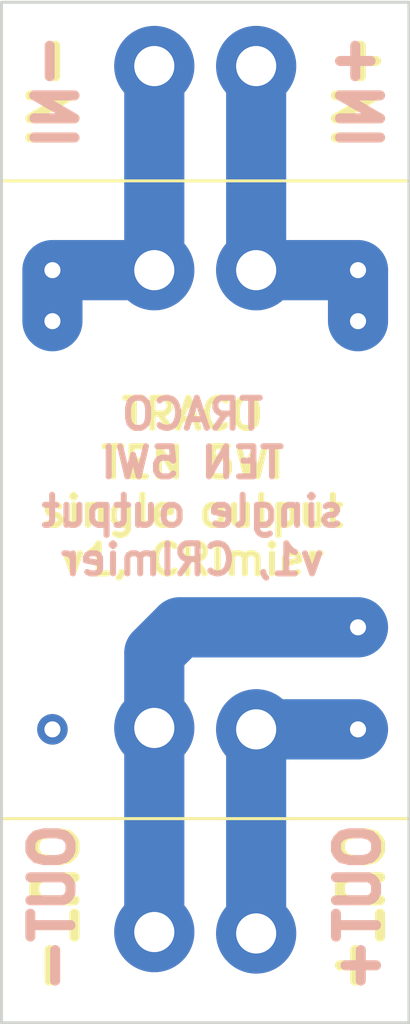
<source format=kicad_pcb>
(kicad_pcb (version 4) (host pcbnew 4.0.7)

  (general
    (links 10)
    (no_connects 0)
    (area 154.664999 79.060699 175.535001 130.250001)
    (thickness 1.6)
    (drawings 14)
    (tracks 12)
    (zones 0)
    (modules 5)
    (nets 5)
  )

  (page A4)
  (layers
    (0 F.Cu signal)
    (31 B.Cu signal)
    (32 B.Adhes user)
    (33 F.Adhes user)
    (34 B.Paste user)
    (35 F.Paste user)
    (36 B.SilkS user)
    (37 F.SilkS user)
    (38 B.Mask user)
    (39 F.Mask user)
    (40 Dwgs.User user)
    (41 Cmts.User user hide)
    (42 Eco1.User user)
    (43 Eco2.User user)
    (44 Edge.Cuts user)
    (45 Margin user)
    (46 B.CrtYd user)
    (47 F.CrtYd user)
    (48 B.Fab user)
    (49 F.Fab user)
  )

  (setup
    (last_trace_width 0.25)
    (user_trace_width 2)
    (user_trace_width 3)
    (trace_clearance 0.2)
    (zone_clearance 0.508)
    (zone_45_only no)
    (trace_min 0.2)
    (segment_width 0.2)
    (edge_width 0.15)
    (via_size 0.6)
    (via_drill 0.4)
    (via_min_size 0.4)
    (via_min_drill 0.3)
    (uvia_size 0.3)
    (uvia_drill 0.1)
    (uvias_allowed no)
    (uvia_min_size 0.2)
    (uvia_min_drill 0.1)
    (pcb_text_width 0.3)
    (pcb_text_size 1.5 1.5)
    (mod_edge_width 0.15)
    (mod_text_size 1 1)
    (mod_text_width 0.15)
    (pad_size 4.0005 4.0005)
    (pad_drill 1.99898)
    (pad_to_mask_clearance 0.2)
    (aux_axis_origin 175.26 79.375)
    (visible_elements 7FFFFFFF)
    (pcbplotparams
      (layerselection 0x010f0_80000001)
      (usegerberextensions true)
      (excludeedgelayer true)
      (linewidth 0.100000)
      (plotframeref false)
      (viasonmask false)
      (mode 1)
      (useauxorigin true)
      (hpglpennumber 1)
      (hpglpenspeed 20)
      (hpglpendiameter 15)
      (hpglpenoverlay 2)
      (psnegative false)
      (psa4output false)
      (plotreference false)
      (plotvalue false)
      (plotinvisibletext false)
      (padsonsilk false)
      (subtractmaskfromsilk false)
      (outputformat 1)
      (mirror false)
      (drillshape 0)
      (scaleselection 1)
      (outputdirectory gerbers/))
  )

  (net 0 "")
  (net 1 "Net-(J1-Pad1)")
  (net 2 "Net-(J2-Pad1)")
  (net 3 "Net-(J3-Pad1)")
  (net 4 "Net-(J4-Pad1)")

  (net_class Default "This is the default net class."
    (clearance 0.2)
    (trace_width 0.25)
    (via_dia 0.6)
    (via_drill 0.4)
    (uvia_dia 0.3)
    (uvia_drill 0.1)
    (add_net "Net-(J1-Pad1)")
    (add_net "Net-(J2-Pad1)")
    (add_net "Net-(J3-Pad1)")
    (add_net "Net-(J4-Pad1)")
  )

  (module Wire_Connections_Bridges:WireConnection_2.00mmDrill (layer F.Cu) (tedit 5CB5C96D) (tstamp 5CB5C7FB)
    (at 162.56 82.55 270)
    (descr "WireConnection with 2mm drill")
    (path /5CB5C33E)
    (fp_text reference J1 (at 4.8514 0.2032 270) (layer F.SilkS) hide
      (effects (font (size 1 1) (thickness 0.15)))
    )
    (fp_text value IN- (at 5.08 3.81 270) (layer F.Fab)
      (effects (font (size 1 1) (thickness 0.15)))
    )
    (fp_line (start 14.0716 -3.7592) (end 13.8684 -3.6576) (layer Cmts.User) (width 0.381))
    (fp_line (start 13.8684 -3.6576) (end 13.6398 -3.6576) (layer Cmts.User) (width 0.381))
    (fp_line (start 13.6398 -3.6576) (end 13.4366 -3.7592) (layer Cmts.User) (width 0.381))
    (fp_line (start 13.4366 -3.7592) (end 13.3604 -4.1148) (layer Cmts.User) (width 0.381))
    (fp_line (start 13.3604 -4.1148) (end 13.3604 -4.572) (layer Cmts.User) (width 0.381))
    (fp_line (start 13.3604 -4.572) (end 13.462 -4.6482) (layer Cmts.User) (width 0.381))
    (fp_line (start 13.462 -4.6482) (end 13.7668 -4.7244) (layer Cmts.User) (width 0.381))
    (fp_line (start 13.7668 -4.7244) (end 13.9954 -4.6736) (layer Cmts.User) (width 0.381))
    (fp_line (start 13.9954 -4.6736) (end 14.0462 -4.318) (layer Cmts.User) (width 0.381))
    (fp_line (start 14.0462 -4.318) (end 13.4366 -4.191) (layer Cmts.User) (width 0.381))
    (fp_line (start 13.4366 -4.191) (end 13.4366 -4.2418) (layer Cmts.User) (width 0.381))
    (fp_line (start 12.7508 -3.7084) (end 12.4206 -3.7084) (layer Cmts.User) (width 0.381))
    (fp_line (start 12.4206 -3.7084) (end 12.2174 -3.7084) (layer Cmts.User) (width 0.381))
    (fp_line (start 12.2174 -3.7084) (end 12.0396 -3.8608) (layer Cmts.User) (width 0.381))
    (fp_line (start 12.0396 -3.8608) (end 12.0396 -4.2418) (layer Cmts.User) (width 0.381))
    (fp_line (start 12.0396 -4.2418) (end 12.1412 -4.572) (layer Cmts.User) (width 0.381))
    (fp_line (start 12.1412 -4.572) (end 12.2936 -4.6482) (layer Cmts.User) (width 0.381))
    (fp_line (start 12.2936 -4.6482) (end 12.573 -4.6482) (layer Cmts.User) (width 0.381))
    (fp_line (start 12.573 -4.6482) (end 12.7508 -4.572) (layer Cmts.User) (width 0.381))
    (fp_line (start 12.7508 -4.572) (end 12.7762 -4.2672) (layer Cmts.User) (width 0.381))
    (fp_line (start 12.7762 -4.2672) (end 12.1412 -4.2418) (layer Cmts.User) (width 0.381))
    (fp_line (start 11.2268 -4.5212) (end 11.6078 -4.6736) (layer Cmts.User) (width 0.381))
    (fp_line (start 11.6078 -4.6736) (end 11.6332 -4.6736) (layer Cmts.User) (width 0.381))
    (fp_line (start 11.2014 -4.7244) (end 11.2014 -3.6576) (layer Cmts.User) (width 0.381))
    (fp_line (start 9.9822 -4.6736) (end 10.668 -4.7244) (layer Cmts.User) (width 0.381))
    (fp_line (start 10.7188 -5.207) (end 10.541 -5.207) (layer Cmts.User) (width 0.381))
    (fp_line (start 10.541 -5.207) (end 10.3886 -5.08) (layer Cmts.User) (width 0.381))
    (fp_line (start 10.3886 -5.08) (end 10.3378 -3.7084) (layer Cmts.User) (width 0.381))
    (fp_line (start 8.4328 -4.5974) (end 8.3058 -4.6736) (layer Cmts.User) (width 0.381))
    (fp_line (start 8.3058 -4.6736) (end 8.0264 -4.6736) (layer Cmts.User) (width 0.381))
    (fp_line (start 8.0264 -4.6736) (end 7.874 -4.445) (layer Cmts.User) (width 0.381))
    (fp_line (start 7.874 -4.445) (end 7.8994 -4.2672) (layer Cmts.User) (width 0.381))
    (fp_line (start 7.8994 -4.2672) (end 8.1788 -4.191) (layer Cmts.User) (width 0.381))
    (fp_line (start 8.1788 -4.191) (end 8.4328 -4.1148) (layer Cmts.User) (width 0.381))
    (fp_line (start 8.4328 -4.1148) (end 8.4836 -3.8354) (layer Cmts.User) (width 0.381))
    (fp_line (start 8.4836 -3.8354) (end 8.2804 -3.6576) (layer Cmts.User) (width 0.381))
    (fp_line (start 8.2804 -3.6576) (end 7.8994 -3.7084) (layer Cmts.User) (width 0.381))
    (fp_line (start 7.1628 -3.6576) (end 6.8072 -3.7592) (layer Cmts.User) (width 0.381))
    (fp_line (start 6.8072 -3.7592) (end 6.604 -3.8354) (layer Cmts.User) (width 0.381))
    (fp_line (start 6.604 -3.8354) (end 6.477 -4.1656) (layer Cmts.User) (width 0.381))
    (fp_line (start 6.477 -4.1656) (end 6.477 -4.4704) (layer Cmts.User) (width 0.381))
    (fp_line (start 6.477 -4.4704) (end 6.6802 -4.6736) (layer Cmts.User) (width 0.381))
    (fp_line (start 6.6802 -4.6736) (end 7.0104 -4.7244) (layer Cmts.User) (width 0.381))
    (fp_line (start 7.2136 -5.207) (end 7.2136 -3.6576) (layer Cmts.User) (width 0.381))
    (fp_line (start 5.715 -3.6576) (end 5.2578 -3.7084) (layer Cmts.User) (width 0.381))
    (fp_line (start 5.2578 -3.7084) (end 5.1054 -3.9116) (layer Cmts.User) (width 0.381))
    (fp_line (start 5.1054 -3.9116) (end 5.1308 -4.191) (layer Cmts.User) (width 0.381))
    (fp_line (start 5.1308 -4.191) (end 5.842 -4.2418) (layer Cmts.User) (width 0.381))
    (fp_line (start 5.1054 -4.572) (end 5.3848 -4.7244) (layer Cmts.User) (width 0.381))
    (fp_line (start 5.3848 -4.7244) (end 5.6388 -4.6482) (layer Cmts.User) (width 0.381))
    (fp_line (start 5.6388 -4.6482) (end 5.7912 -4.4704) (layer Cmts.User) (width 0.381))
    (fp_line (start 5.7912 -4.4704) (end 5.842 -3.6322) (layer Cmts.User) (width 0.381))
    (fp_line (start 3.6068 -3.6576) (end 3.6322 -5.2578) (layer Cmts.User) (width 0.381))
    (fp_line (start 3.6322 -5.2578) (end 4.0894 -5.2578) (layer Cmts.User) (width 0.381))
    (fp_line (start 4.0894 -5.2578) (end 4.3688 -5.1308) (layer Cmts.User) (width 0.381))
    (fp_line (start 4.3688 -5.1308) (end 4.4958 -4.8768) (layer Cmts.User) (width 0.381))
    (fp_line (start 4.4958 -4.8768) (end 4.4958 -4.5974) (layer Cmts.User) (width 0.381))
    (fp_line (start 4.4958 -4.5974) (end 4.3688 -4.3942) (layer Cmts.User) (width 0.381))
    (fp_line (start 4.3688 -4.3942) (end 4.0894 -4.445) (layer Cmts.User) (width 0.381))
    (fp_line (start 4.0894 -4.445) (end 3.6322 -4.445) (layer Cmts.User) (width 0.381))
    (fp_line (start 1.778 -3.7592) (end 1.524 -3.6576) (layer Cmts.User) (width 0.381))
    (fp_line (start 1.524 -3.6576) (end 1.27 -3.7592) (layer Cmts.User) (width 0.381))
    (fp_line (start 1.27 -3.7592) (end 1.1176 -3.9116) (layer Cmts.User) (width 0.381))
    (fp_line (start 1.1176 -3.9116) (end 1.0414 -4.318) (layer Cmts.User) (width 0.381))
    (fp_line (start 1.0414 -4.318) (end 1.1684 -4.572) (layer Cmts.User) (width 0.381))
    (fp_line (start 1.1684 -4.572) (end 1.3716 -4.6736) (layer Cmts.User) (width 0.381))
    (fp_line (start 1.3716 -4.6736) (end 1.651 -4.6482) (layer Cmts.User) (width 0.381))
    (fp_line (start 1.651 -4.6482) (end 1.8034 -4.5212) (layer Cmts.User) (width 0.381))
    (fp_line (start 1.8034 -4.5212) (end 1.8034 -4.318) (layer Cmts.User) (width 0.381))
    (fp_line (start 1.8034 -4.318) (end 1.1684 -4.2418) (layer Cmts.User) (width 0.381))
    (fp_line (start -0.1524 -4.7244) (end 0.3048 -3.6576) (layer Cmts.User) (width 0.381))
    (fp_line (start 0.3048 -3.6576) (end 0.5842 -4.6736) (layer Cmts.User) (width 0.381))
    (fp_line (start 0.5842 -4.6736) (end 0.5588 -4.6736) (layer Cmts.User) (width 0.381))
    (fp_line (start -1.4732 -4.3942) (end -1.4732 -3.9116) (layer Cmts.User) (width 0.381))
    (fp_line (start -1.4732 -3.9116) (end -1.27 -3.7084) (layer Cmts.User) (width 0.381))
    (fp_line (start -1.27 -3.7084) (end -1.0414 -3.6576) (layer Cmts.User) (width 0.381))
    (fp_line (start -1.0414 -3.6576) (end -0.762 -3.7846) (layer Cmts.User) (width 0.381))
    (fp_line (start -0.762 -3.7846) (end -0.6604 -3.9878) (layer Cmts.User) (width 0.381))
    (fp_line (start -0.6604 -3.9878) (end -0.6604 -4.445) (layer Cmts.User) (width 0.381))
    (fp_line (start -0.6604 -4.445) (end -0.8382 -4.6482) (layer Cmts.User) (width 0.381))
    (fp_line (start -0.8382 -4.6482) (end -1.1176 -4.7244) (layer Cmts.User) (width 0.381))
    (fp_line (start -1.1176 -4.7244) (end -1.4478 -4.4704) (layer Cmts.User) (width 0.381))
    (fp_line (start -3.0988 -3.6322) (end -3.0988 -5.2578) (layer Cmts.User) (width 0.381))
    (fp_line (start -3.0988 -5.2578) (end -2.6162 -4.1148) (layer Cmts.User) (width 0.381))
    (fp_line (start -2.6162 -4.1148) (end -2.1336 -5.1816) (layer Cmts.User) (width 0.381))
    (fp_line (start -2.1336 -5.1816) (end -2.1336 -3.6322) (layer Cmts.User) (width 0.381))
    (pad 1 thru_hole circle (at 0 0 270) (size 4.0005 4.0005) (drill 1.99898) (layers *.Cu *.Mask)
      (net 1 "Net-(J1-Pad1)"))
    (pad 2 thru_hole circle (at 10.16 0 270) (size 4.0005 4.0005) (drill 1.99898) (layers *.Cu B.Mask)
      (net 1 "Net-(J1-Pad1)"))
  )

  (module Wire_Connections_Bridges:WireConnection_2.00mmDrill (layer F.Cu) (tedit 5CB5C98E) (tstamp 5CB5C801)
    (at 167.64 115.57 270)
    (descr "WireConnection with 2mm drill")
    (path /5CB5C385)
    (fp_text reference J2 (at 4.8514 0.2032 270) (layer F.SilkS) hide
      (effects (font (size 1 1) (thickness 0.15)))
    )
    (fp_text value OUT+ (at 5.08 3.81 270) (layer F.Fab)
      (effects (font (size 1 1) (thickness 0.15)))
    )
    (fp_line (start 14.0716 -3.7592) (end 13.8684 -3.6576) (layer Cmts.User) (width 0.381))
    (fp_line (start 13.8684 -3.6576) (end 13.6398 -3.6576) (layer Cmts.User) (width 0.381))
    (fp_line (start 13.6398 -3.6576) (end 13.4366 -3.7592) (layer Cmts.User) (width 0.381))
    (fp_line (start 13.4366 -3.7592) (end 13.3604 -4.1148) (layer Cmts.User) (width 0.381))
    (fp_line (start 13.3604 -4.1148) (end 13.3604 -4.572) (layer Cmts.User) (width 0.381))
    (fp_line (start 13.3604 -4.572) (end 13.462 -4.6482) (layer Cmts.User) (width 0.381))
    (fp_line (start 13.462 -4.6482) (end 13.7668 -4.7244) (layer Cmts.User) (width 0.381))
    (fp_line (start 13.7668 -4.7244) (end 13.9954 -4.6736) (layer Cmts.User) (width 0.381))
    (fp_line (start 13.9954 -4.6736) (end 14.0462 -4.318) (layer Cmts.User) (width 0.381))
    (fp_line (start 14.0462 -4.318) (end 13.4366 -4.191) (layer Cmts.User) (width 0.381))
    (fp_line (start 13.4366 -4.191) (end 13.4366 -4.2418) (layer Cmts.User) (width 0.381))
    (fp_line (start 12.7508 -3.7084) (end 12.4206 -3.7084) (layer Cmts.User) (width 0.381))
    (fp_line (start 12.4206 -3.7084) (end 12.2174 -3.7084) (layer Cmts.User) (width 0.381))
    (fp_line (start 12.2174 -3.7084) (end 12.0396 -3.8608) (layer Cmts.User) (width 0.381))
    (fp_line (start 12.0396 -3.8608) (end 12.0396 -4.2418) (layer Cmts.User) (width 0.381))
    (fp_line (start 12.0396 -4.2418) (end 12.1412 -4.572) (layer Cmts.User) (width 0.381))
    (fp_line (start 12.1412 -4.572) (end 12.2936 -4.6482) (layer Cmts.User) (width 0.381))
    (fp_line (start 12.2936 -4.6482) (end 12.573 -4.6482) (layer Cmts.User) (width 0.381))
    (fp_line (start 12.573 -4.6482) (end 12.7508 -4.572) (layer Cmts.User) (width 0.381))
    (fp_line (start 12.7508 -4.572) (end 12.7762 -4.2672) (layer Cmts.User) (width 0.381))
    (fp_line (start 12.7762 -4.2672) (end 12.1412 -4.2418) (layer Cmts.User) (width 0.381))
    (fp_line (start 11.2268 -4.5212) (end 11.6078 -4.6736) (layer Cmts.User) (width 0.381))
    (fp_line (start 11.6078 -4.6736) (end 11.6332 -4.6736) (layer Cmts.User) (width 0.381))
    (fp_line (start 11.2014 -4.7244) (end 11.2014 -3.6576) (layer Cmts.User) (width 0.381))
    (fp_line (start 9.9822 -4.6736) (end 10.668 -4.7244) (layer Cmts.User) (width 0.381))
    (fp_line (start 10.7188 -5.207) (end 10.541 -5.207) (layer Cmts.User) (width 0.381))
    (fp_line (start 10.541 -5.207) (end 10.3886 -5.08) (layer Cmts.User) (width 0.381))
    (fp_line (start 10.3886 -5.08) (end 10.3378 -3.7084) (layer Cmts.User) (width 0.381))
    (fp_line (start 8.4328 -4.5974) (end 8.3058 -4.6736) (layer Cmts.User) (width 0.381))
    (fp_line (start 8.3058 -4.6736) (end 8.0264 -4.6736) (layer Cmts.User) (width 0.381))
    (fp_line (start 8.0264 -4.6736) (end 7.874 -4.445) (layer Cmts.User) (width 0.381))
    (fp_line (start 7.874 -4.445) (end 7.8994 -4.2672) (layer Cmts.User) (width 0.381))
    (fp_line (start 7.8994 -4.2672) (end 8.1788 -4.191) (layer Cmts.User) (width 0.381))
    (fp_line (start 8.1788 -4.191) (end 8.4328 -4.1148) (layer Cmts.User) (width 0.381))
    (fp_line (start 8.4328 -4.1148) (end 8.4836 -3.8354) (layer Cmts.User) (width 0.381))
    (fp_line (start 8.4836 -3.8354) (end 8.2804 -3.6576) (layer Cmts.User) (width 0.381))
    (fp_line (start 8.2804 -3.6576) (end 7.8994 -3.7084) (layer Cmts.User) (width 0.381))
    (fp_line (start 7.1628 -3.6576) (end 6.8072 -3.7592) (layer Cmts.User) (width 0.381))
    (fp_line (start 6.8072 -3.7592) (end 6.604 -3.8354) (layer Cmts.User) (width 0.381))
    (fp_line (start 6.604 -3.8354) (end 6.477 -4.1656) (layer Cmts.User) (width 0.381))
    (fp_line (start 6.477 -4.1656) (end 6.477 -4.4704) (layer Cmts.User) (width 0.381))
    (fp_line (start 6.477 -4.4704) (end 6.6802 -4.6736) (layer Cmts.User) (width 0.381))
    (fp_line (start 6.6802 -4.6736) (end 7.0104 -4.7244) (layer Cmts.User) (width 0.381))
    (fp_line (start 7.2136 -5.207) (end 7.2136 -3.6576) (layer Cmts.User) (width 0.381))
    (fp_line (start 5.715 -3.6576) (end 5.2578 -3.7084) (layer Cmts.User) (width 0.381))
    (fp_line (start 5.2578 -3.7084) (end 5.1054 -3.9116) (layer Cmts.User) (width 0.381))
    (fp_line (start 5.1054 -3.9116) (end 5.1308 -4.191) (layer Cmts.User) (width 0.381))
    (fp_line (start 5.1308 -4.191) (end 5.842 -4.2418) (layer Cmts.User) (width 0.381))
    (fp_line (start 5.1054 -4.572) (end 5.3848 -4.7244) (layer Cmts.User) (width 0.381))
    (fp_line (start 5.3848 -4.7244) (end 5.6388 -4.6482) (layer Cmts.User) (width 0.381))
    (fp_line (start 5.6388 -4.6482) (end 5.7912 -4.4704) (layer Cmts.User) (width 0.381))
    (fp_line (start 5.7912 -4.4704) (end 5.842 -3.6322) (layer Cmts.User) (width 0.381))
    (fp_line (start 3.6068 -3.6576) (end 3.6322 -5.2578) (layer Cmts.User) (width 0.381))
    (fp_line (start 3.6322 -5.2578) (end 4.0894 -5.2578) (layer Cmts.User) (width 0.381))
    (fp_line (start 4.0894 -5.2578) (end 4.3688 -5.1308) (layer Cmts.User) (width 0.381))
    (fp_line (start 4.3688 -5.1308) (end 4.4958 -4.8768) (layer Cmts.User) (width 0.381))
    (fp_line (start 4.4958 -4.8768) (end 4.4958 -4.5974) (layer Cmts.User) (width 0.381))
    (fp_line (start 4.4958 -4.5974) (end 4.3688 -4.3942) (layer Cmts.User) (width 0.381))
    (fp_line (start 4.3688 -4.3942) (end 4.0894 -4.445) (layer Cmts.User) (width 0.381))
    (fp_line (start 4.0894 -4.445) (end 3.6322 -4.445) (layer Cmts.User) (width 0.381))
    (fp_line (start 1.778 -3.7592) (end 1.524 -3.6576) (layer Cmts.User) (width 0.381))
    (fp_line (start 1.524 -3.6576) (end 1.27 -3.7592) (layer Cmts.User) (width 0.381))
    (fp_line (start 1.27 -3.7592) (end 1.1176 -3.9116) (layer Cmts.User) (width 0.381))
    (fp_line (start 1.1176 -3.9116) (end 1.0414 -4.318) (layer Cmts.User) (width 0.381))
    (fp_line (start 1.0414 -4.318) (end 1.1684 -4.572) (layer Cmts.User) (width 0.381))
    (fp_line (start 1.1684 -4.572) (end 1.3716 -4.6736) (layer Cmts.User) (width 0.381))
    (fp_line (start 1.3716 -4.6736) (end 1.651 -4.6482) (layer Cmts.User) (width 0.381))
    (fp_line (start 1.651 -4.6482) (end 1.8034 -4.5212) (layer Cmts.User) (width 0.381))
    (fp_line (start 1.8034 -4.5212) (end 1.8034 -4.318) (layer Cmts.User) (width 0.381))
    (fp_line (start 1.8034 -4.318) (end 1.1684 -4.2418) (layer Cmts.User) (width 0.381))
    (fp_line (start -0.1524 -4.7244) (end 0.3048 -3.6576) (layer Cmts.User) (width 0.381))
    (fp_line (start 0.3048 -3.6576) (end 0.5842 -4.6736) (layer Cmts.User) (width 0.381))
    (fp_line (start 0.5842 -4.6736) (end 0.5588 -4.6736) (layer Cmts.User) (width 0.381))
    (fp_line (start -1.4732 -4.3942) (end -1.4732 -3.9116) (layer Cmts.User) (width 0.381))
    (fp_line (start -1.4732 -3.9116) (end -1.27 -3.7084) (layer Cmts.User) (width 0.381))
    (fp_line (start -1.27 -3.7084) (end -1.0414 -3.6576) (layer Cmts.User) (width 0.381))
    (fp_line (start -1.0414 -3.6576) (end -0.762 -3.7846) (layer Cmts.User) (width 0.381))
    (fp_line (start -0.762 -3.7846) (end -0.6604 -3.9878) (layer Cmts.User) (width 0.381))
    (fp_line (start -0.6604 -3.9878) (end -0.6604 -4.445) (layer Cmts.User) (width 0.381))
    (fp_line (start -0.6604 -4.445) (end -0.8382 -4.6482) (layer Cmts.User) (width 0.381))
    (fp_line (start -0.8382 -4.6482) (end -1.1176 -4.7244) (layer Cmts.User) (width 0.381))
    (fp_line (start -1.1176 -4.7244) (end -1.4478 -4.4704) (layer Cmts.User) (width 0.381))
    (fp_line (start -3.0988 -3.6322) (end -3.0988 -5.2578) (layer Cmts.User) (width 0.381))
    (fp_line (start -3.0988 -5.2578) (end -2.6162 -4.1148) (layer Cmts.User) (width 0.381))
    (fp_line (start -2.6162 -4.1148) (end -2.1336 -5.1816) (layer Cmts.User) (width 0.381))
    (fp_line (start -2.1336 -5.1816) (end -2.1336 -3.6322) (layer Cmts.User) (width 0.381))
    (pad 1 thru_hole circle (at 0 0 270) (size 4.0005 4.0005) (drill 1.99898) (layers *.Cu B.Mask)
      (net 2 "Net-(J2-Pad1)"))
    (pad 2 thru_hole circle (at 10.16 0 270) (size 4.0005 4.0005) (drill 1.99898) (layers *.Cu *.Mask)
      (net 2 "Net-(J2-Pad1)"))
  )

  (module Wire_Connections_Bridges:WireConnection_2.00mmDrill (layer F.Cu) (tedit 5CB5C972) (tstamp 5CB5C807)
    (at 167.64 82.55 270)
    (descr "WireConnection with 2mm drill")
    (path /5CB5C73C)
    (fp_text reference J3 (at 4.8514 0.2032 270) (layer F.SilkS) hide
      (effects (font (size 1 1) (thickness 0.15)))
    )
    (fp_text value IN+ (at 5.08 3.81 270) (layer F.Fab)
      (effects (font (size 1 1) (thickness 0.15)))
    )
    (fp_line (start 14.0716 -3.7592) (end 13.8684 -3.6576) (layer Cmts.User) (width 0.381))
    (fp_line (start 13.8684 -3.6576) (end 13.6398 -3.6576) (layer Cmts.User) (width 0.381))
    (fp_line (start 13.6398 -3.6576) (end 13.4366 -3.7592) (layer Cmts.User) (width 0.381))
    (fp_line (start 13.4366 -3.7592) (end 13.3604 -4.1148) (layer Cmts.User) (width 0.381))
    (fp_line (start 13.3604 -4.1148) (end 13.3604 -4.572) (layer Cmts.User) (width 0.381))
    (fp_line (start 13.3604 -4.572) (end 13.462 -4.6482) (layer Cmts.User) (width 0.381))
    (fp_line (start 13.462 -4.6482) (end 13.7668 -4.7244) (layer Cmts.User) (width 0.381))
    (fp_line (start 13.7668 -4.7244) (end 13.9954 -4.6736) (layer Cmts.User) (width 0.381))
    (fp_line (start 13.9954 -4.6736) (end 14.0462 -4.318) (layer Cmts.User) (width 0.381))
    (fp_line (start 14.0462 -4.318) (end 13.4366 -4.191) (layer Cmts.User) (width 0.381))
    (fp_line (start 13.4366 -4.191) (end 13.4366 -4.2418) (layer Cmts.User) (width 0.381))
    (fp_line (start 12.7508 -3.7084) (end 12.4206 -3.7084) (layer Cmts.User) (width 0.381))
    (fp_line (start 12.4206 -3.7084) (end 12.2174 -3.7084) (layer Cmts.User) (width 0.381))
    (fp_line (start 12.2174 -3.7084) (end 12.0396 -3.8608) (layer Cmts.User) (width 0.381))
    (fp_line (start 12.0396 -3.8608) (end 12.0396 -4.2418) (layer Cmts.User) (width 0.381))
    (fp_line (start 12.0396 -4.2418) (end 12.1412 -4.572) (layer Cmts.User) (width 0.381))
    (fp_line (start 12.1412 -4.572) (end 12.2936 -4.6482) (layer Cmts.User) (width 0.381))
    (fp_line (start 12.2936 -4.6482) (end 12.573 -4.6482) (layer Cmts.User) (width 0.381))
    (fp_line (start 12.573 -4.6482) (end 12.7508 -4.572) (layer Cmts.User) (width 0.381))
    (fp_line (start 12.7508 -4.572) (end 12.7762 -4.2672) (layer Cmts.User) (width 0.381))
    (fp_line (start 12.7762 -4.2672) (end 12.1412 -4.2418) (layer Cmts.User) (width 0.381))
    (fp_line (start 11.2268 -4.5212) (end 11.6078 -4.6736) (layer Cmts.User) (width 0.381))
    (fp_line (start 11.6078 -4.6736) (end 11.6332 -4.6736) (layer Cmts.User) (width 0.381))
    (fp_line (start 11.2014 -4.7244) (end 11.2014 -3.6576) (layer Cmts.User) (width 0.381))
    (fp_line (start 9.9822 -4.6736) (end 10.668 -4.7244) (layer Cmts.User) (width 0.381))
    (fp_line (start 10.7188 -5.207) (end 10.541 -5.207) (layer Cmts.User) (width 0.381))
    (fp_line (start 10.541 -5.207) (end 10.3886 -5.08) (layer Cmts.User) (width 0.381))
    (fp_line (start 10.3886 -5.08) (end 10.3378 -3.7084) (layer Cmts.User) (width 0.381))
    (fp_line (start 8.4328 -4.5974) (end 8.3058 -4.6736) (layer Cmts.User) (width 0.381))
    (fp_line (start 8.3058 -4.6736) (end 8.0264 -4.6736) (layer Cmts.User) (width 0.381))
    (fp_line (start 8.0264 -4.6736) (end 7.874 -4.445) (layer Cmts.User) (width 0.381))
    (fp_line (start 7.874 -4.445) (end 7.8994 -4.2672) (layer Cmts.User) (width 0.381))
    (fp_line (start 7.8994 -4.2672) (end 8.1788 -4.191) (layer Cmts.User) (width 0.381))
    (fp_line (start 8.1788 -4.191) (end 8.4328 -4.1148) (layer Cmts.User) (width 0.381))
    (fp_line (start 8.4328 -4.1148) (end 8.4836 -3.8354) (layer Cmts.User) (width 0.381))
    (fp_line (start 8.4836 -3.8354) (end 8.2804 -3.6576) (layer Cmts.User) (width 0.381))
    (fp_line (start 8.2804 -3.6576) (end 7.8994 -3.7084) (layer Cmts.User) (width 0.381))
    (fp_line (start 7.1628 -3.6576) (end 6.8072 -3.7592) (layer Cmts.User) (width 0.381))
    (fp_line (start 6.8072 -3.7592) (end 6.604 -3.8354) (layer Cmts.User) (width 0.381))
    (fp_line (start 6.604 -3.8354) (end 6.477 -4.1656) (layer Cmts.User) (width 0.381))
    (fp_line (start 6.477 -4.1656) (end 6.477 -4.4704) (layer Cmts.User) (width 0.381))
    (fp_line (start 6.477 -4.4704) (end 6.6802 -4.6736) (layer Cmts.User) (width 0.381))
    (fp_line (start 6.6802 -4.6736) (end 7.0104 -4.7244) (layer Cmts.User) (width 0.381))
    (fp_line (start 7.2136 -5.207) (end 7.2136 -3.6576) (layer Cmts.User) (width 0.381))
    (fp_line (start 5.715 -3.6576) (end 5.2578 -3.7084) (layer Cmts.User) (width 0.381))
    (fp_line (start 5.2578 -3.7084) (end 5.1054 -3.9116) (layer Cmts.User) (width 0.381))
    (fp_line (start 5.1054 -3.9116) (end 5.1308 -4.191) (layer Cmts.User) (width 0.381))
    (fp_line (start 5.1308 -4.191) (end 5.842 -4.2418) (layer Cmts.User) (width 0.381))
    (fp_line (start 5.1054 -4.572) (end 5.3848 -4.7244) (layer Cmts.User) (width 0.381))
    (fp_line (start 5.3848 -4.7244) (end 5.6388 -4.6482) (layer Cmts.User) (width 0.381))
    (fp_line (start 5.6388 -4.6482) (end 5.7912 -4.4704) (layer Cmts.User) (width 0.381))
    (fp_line (start 5.7912 -4.4704) (end 5.842 -3.6322) (layer Cmts.User) (width 0.381))
    (fp_line (start 3.6068 -3.6576) (end 3.6322 -5.2578) (layer Cmts.User) (width 0.381))
    (fp_line (start 3.6322 -5.2578) (end 4.0894 -5.2578) (layer Cmts.User) (width 0.381))
    (fp_line (start 4.0894 -5.2578) (end 4.3688 -5.1308) (layer Cmts.User) (width 0.381))
    (fp_line (start 4.3688 -5.1308) (end 4.4958 -4.8768) (layer Cmts.User) (width 0.381))
    (fp_line (start 4.4958 -4.8768) (end 4.4958 -4.5974) (layer Cmts.User) (width 0.381))
    (fp_line (start 4.4958 -4.5974) (end 4.3688 -4.3942) (layer Cmts.User) (width 0.381))
    (fp_line (start 4.3688 -4.3942) (end 4.0894 -4.445) (layer Cmts.User) (width 0.381))
    (fp_line (start 4.0894 -4.445) (end 3.6322 -4.445) (layer Cmts.User) (width 0.381))
    (fp_line (start 1.778 -3.7592) (end 1.524 -3.6576) (layer Cmts.User) (width 0.381))
    (fp_line (start 1.524 -3.6576) (end 1.27 -3.7592) (layer Cmts.User) (width 0.381))
    (fp_line (start 1.27 -3.7592) (end 1.1176 -3.9116) (layer Cmts.User) (width 0.381))
    (fp_line (start 1.1176 -3.9116) (end 1.0414 -4.318) (layer Cmts.User) (width 0.381))
    (fp_line (start 1.0414 -4.318) (end 1.1684 -4.572) (layer Cmts.User) (width 0.381))
    (fp_line (start 1.1684 -4.572) (end 1.3716 -4.6736) (layer Cmts.User) (width 0.381))
    (fp_line (start 1.3716 -4.6736) (end 1.651 -4.6482) (layer Cmts.User) (width 0.381))
    (fp_line (start 1.651 -4.6482) (end 1.8034 -4.5212) (layer Cmts.User) (width 0.381))
    (fp_line (start 1.8034 -4.5212) (end 1.8034 -4.318) (layer Cmts.User) (width 0.381))
    (fp_line (start 1.8034 -4.318) (end 1.1684 -4.2418) (layer Cmts.User) (width 0.381))
    (fp_line (start -0.1524 -4.7244) (end 0.3048 -3.6576) (layer Cmts.User) (width 0.381))
    (fp_line (start 0.3048 -3.6576) (end 0.5842 -4.6736) (layer Cmts.User) (width 0.381))
    (fp_line (start 0.5842 -4.6736) (end 0.5588 -4.6736) (layer Cmts.User) (width 0.381))
    (fp_line (start -1.4732 -4.3942) (end -1.4732 -3.9116) (layer Cmts.User) (width 0.381))
    (fp_line (start -1.4732 -3.9116) (end -1.27 -3.7084) (layer Cmts.User) (width 0.381))
    (fp_line (start -1.27 -3.7084) (end -1.0414 -3.6576) (layer Cmts.User) (width 0.381))
    (fp_line (start -1.0414 -3.6576) (end -0.762 -3.7846) (layer Cmts.User) (width 0.381))
    (fp_line (start -0.762 -3.7846) (end -0.6604 -3.9878) (layer Cmts.User) (width 0.381))
    (fp_line (start -0.6604 -3.9878) (end -0.6604 -4.445) (layer Cmts.User) (width 0.381))
    (fp_line (start -0.6604 -4.445) (end -0.8382 -4.6482) (layer Cmts.User) (width 0.381))
    (fp_line (start -0.8382 -4.6482) (end -1.1176 -4.7244) (layer Cmts.User) (width 0.381))
    (fp_line (start -1.1176 -4.7244) (end -1.4478 -4.4704) (layer Cmts.User) (width 0.381))
    (fp_line (start -3.0988 -3.6322) (end -3.0988 -5.2578) (layer Cmts.User) (width 0.381))
    (fp_line (start -3.0988 -5.2578) (end -2.6162 -4.1148) (layer Cmts.User) (width 0.381))
    (fp_line (start -2.6162 -4.1148) (end -2.1336 -5.1816) (layer Cmts.User) (width 0.381))
    (fp_line (start -2.1336 -5.1816) (end -2.1336 -3.6322) (layer Cmts.User) (width 0.381))
    (pad 1 thru_hole circle (at 0 0 270) (size 4.0005 4.0005) (drill 1.99898) (layers *.Cu *.Mask)
      (net 3 "Net-(J3-Pad1)"))
    (pad 2 thru_hole circle (at 10.16 0 270) (size 4.0005 4.0005) (drill 1.99898) (layers *.Cu B.Mask)
      (net 3 "Net-(J3-Pad1)"))
  )

  (module Wire_Connections_Bridges:WireConnection_2.00mmDrill (layer F.Cu) (tedit 5CB5C98A) (tstamp 5CB5C80D)
    (at 162.56 115.5 270)
    (descr "WireConnection with 2mm drill")
    (path /5CB5C892)
    (fp_text reference J4 (at 4.8514 0.2032 270) (layer F.SilkS) hide
      (effects (font (size 1 1) (thickness 0.15)))
    )
    (fp_text value OUT- (at 5.08 3.81 270) (layer F.Fab)
      (effects (font (size 1 1) (thickness 0.15)))
    )
    (fp_line (start 14.0716 -3.7592) (end 13.8684 -3.6576) (layer Cmts.User) (width 0.381))
    (fp_line (start 13.8684 -3.6576) (end 13.6398 -3.6576) (layer Cmts.User) (width 0.381))
    (fp_line (start 13.6398 -3.6576) (end 13.4366 -3.7592) (layer Cmts.User) (width 0.381))
    (fp_line (start 13.4366 -3.7592) (end 13.3604 -4.1148) (layer Cmts.User) (width 0.381))
    (fp_line (start 13.3604 -4.1148) (end 13.3604 -4.572) (layer Cmts.User) (width 0.381))
    (fp_line (start 13.3604 -4.572) (end 13.462 -4.6482) (layer Cmts.User) (width 0.381))
    (fp_line (start 13.462 -4.6482) (end 13.7668 -4.7244) (layer Cmts.User) (width 0.381))
    (fp_line (start 13.7668 -4.7244) (end 13.9954 -4.6736) (layer Cmts.User) (width 0.381))
    (fp_line (start 13.9954 -4.6736) (end 14.0462 -4.318) (layer Cmts.User) (width 0.381))
    (fp_line (start 14.0462 -4.318) (end 13.4366 -4.191) (layer Cmts.User) (width 0.381))
    (fp_line (start 13.4366 -4.191) (end 13.4366 -4.2418) (layer Cmts.User) (width 0.381))
    (fp_line (start 12.7508 -3.7084) (end 12.4206 -3.7084) (layer Cmts.User) (width 0.381))
    (fp_line (start 12.4206 -3.7084) (end 12.2174 -3.7084) (layer Cmts.User) (width 0.381))
    (fp_line (start 12.2174 -3.7084) (end 12.0396 -3.8608) (layer Cmts.User) (width 0.381))
    (fp_line (start 12.0396 -3.8608) (end 12.0396 -4.2418) (layer Cmts.User) (width 0.381))
    (fp_line (start 12.0396 -4.2418) (end 12.1412 -4.572) (layer Cmts.User) (width 0.381))
    (fp_line (start 12.1412 -4.572) (end 12.2936 -4.6482) (layer Cmts.User) (width 0.381))
    (fp_line (start 12.2936 -4.6482) (end 12.573 -4.6482) (layer Cmts.User) (width 0.381))
    (fp_line (start 12.573 -4.6482) (end 12.7508 -4.572) (layer Cmts.User) (width 0.381))
    (fp_line (start 12.7508 -4.572) (end 12.7762 -4.2672) (layer Cmts.User) (width 0.381))
    (fp_line (start 12.7762 -4.2672) (end 12.1412 -4.2418) (layer Cmts.User) (width 0.381))
    (fp_line (start 11.2268 -4.5212) (end 11.6078 -4.6736) (layer Cmts.User) (width 0.381))
    (fp_line (start 11.6078 -4.6736) (end 11.6332 -4.6736) (layer Cmts.User) (width 0.381))
    (fp_line (start 11.2014 -4.7244) (end 11.2014 -3.6576) (layer Cmts.User) (width 0.381))
    (fp_line (start 9.9822 -4.6736) (end 10.668 -4.7244) (layer Cmts.User) (width 0.381))
    (fp_line (start 10.7188 -5.207) (end 10.541 -5.207) (layer Cmts.User) (width 0.381))
    (fp_line (start 10.541 -5.207) (end 10.3886 -5.08) (layer Cmts.User) (width 0.381))
    (fp_line (start 10.3886 -5.08) (end 10.3378 -3.7084) (layer Cmts.User) (width 0.381))
    (fp_line (start 8.4328 -4.5974) (end 8.3058 -4.6736) (layer Cmts.User) (width 0.381))
    (fp_line (start 8.3058 -4.6736) (end 8.0264 -4.6736) (layer Cmts.User) (width 0.381))
    (fp_line (start 8.0264 -4.6736) (end 7.874 -4.445) (layer Cmts.User) (width 0.381))
    (fp_line (start 7.874 -4.445) (end 7.8994 -4.2672) (layer Cmts.User) (width 0.381))
    (fp_line (start 7.8994 -4.2672) (end 8.1788 -4.191) (layer Cmts.User) (width 0.381))
    (fp_line (start 8.1788 -4.191) (end 8.4328 -4.1148) (layer Cmts.User) (width 0.381))
    (fp_line (start 8.4328 -4.1148) (end 8.4836 -3.8354) (layer Cmts.User) (width 0.381))
    (fp_line (start 8.4836 -3.8354) (end 8.2804 -3.6576) (layer Cmts.User) (width 0.381))
    (fp_line (start 8.2804 -3.6576) (end 7.8994 -3.7084) (layer Cmts.User) (width 0.381))
    (fp_line (start 7.1628 -3.6576) (end 6.8072 -3.7592) (layer Cmts.User) (width 0.381))
    (fp_line (start 6.8072 -3.7592) (end 6.604 -3.8354) (layer Cmts.User) (width 0.381))
    (fp_line (start 6.604 -3.8354) (end 6.477 -4.1656) (layer Cmts.User) (width 0.381))
    (fp_line (start 6.477 -4.1656) (end 6.477 -4.4704) (layer Cmts.User) (width 0.381))
    (fp_line (start 6.477 -4.4704) (end 6.6802 -4.6736) (layer Cmts.User) (width 0.381))
    (fp_line (start 6.6802 -4.6736) (end 7.0104 -4.7244) (layer Cmts.User) (width 0.381))
    (fp_line (start 7.2136 -5.207) (end 7.2136 -3.6576) (layer Cmts.User) (width 0.381))
    (fp_line (start 5.715 -3.6576) (end 5.2578 -3.7084) (layer Cmts.User) (width 0.381))
    (fp_line (start 5.2578 -3.7084) (end 5.1054 -3.9116) (layer Cmts.User) (width 0.381))
    (fp_line (start 5.1054 -3.9116) (end 5.1308 -4.191) (layer Cmts.User) (width 0.381))
    (fp_line (start 5.1308 -4.191) (end 5.842 -4.2418) (layer Cmts.User) (width 0.381))
    (fp_line (start 5.1054 -4.572) (end 5.3848 -4.7244) (layer Cmts.User) (width 0.381))
    (fp_line (start 5.3848 -4.7244) (end 5.6388 -4.6482) (layer Cmts.User) (width 0.381))
    (fp_line (start 5.6388 -4.6482) (end 5.7912 -4.4704) (layer Cmts.User) (width 0.381))
    (fp_line (start 5.7912 -4.4704) (end 5.842 -3.6322) (layer Cmts.User) (width 0.381))
    (fp_line (start 3.6068 -3.6576) (end 3.6322 -5.2578) (layer Cmts.User) (width 0.381))
    (fp_line (start 3.6322 -5.2578) (end 4.0894 -5.2578) (layer Cmts.User) (width 0.381))
    (fp_line (start 4.0894 -5.2578) (end 4.3688 -5.1308) (layer Cmts.User) (width 0.381))
    (fp_line (start 4.3688 -5.1308) (end 4.4958 -4.8768) (layer Cmts.User) (width 0.381))
    (fp_line (start 4.4958 -4.8768) (end 4.4958 -4.5974) (layer Cmts.User) (width 0.381))
    (fp_line (start 4.4958 -4.5974) (end 4.3688 -4.3942) (layer Cmts.User) (width 0.381))
    (fp_line (start 4.3688 -4.3942) (end 4.0894 -4.445) (layer Cmts.User) (width 0.381))
    (fp_line (start 4.0894 -4.445) (end 3.6322 -4.445) (layer Cmts.User) (width 0.381))
    (fp_line (start 1.778 -3.7592) (end 1.524 -3.6576) (layer Cmts.User) (width 0.381))
    (fp_line (start 1.524 -3.6576) (end 1.27 -3.7592) (layer Cmts.User) (width 0.381))
    (fp_line (start 1.27 -3.7592) (end 1.1176 -3.9116) (layer Cmts.User) (width 0.381))
    (fp_line (start 1.1176 -3.9116) (end 1.0414 -4.318) (layer Cmts.User) (width 0.381))
    (fp_line (start 1.0414 -4.318) (end 1.1684 -4.572) (layer Cmts.User) (width 0.381))
    (fp_line (start 1.1684 -4.572) (end 1.3716 -4.6736) (layer Cmts.User) (width 0.381))
    (fp_line (start 1.3716 -4.6736) (end 1.651 -4.6482) (layer Cmts.User) (width 0.381))
    (fp_line (start 1.651 -4.6482) (end 1.8034 -4.5212) (layer Cmts.User) (width 0.381))
    (fp_line (start 1.8034 -4.5212) (end 1.8034 -4.318) (layer Cmts.User) (width 0.381))
    (fp_line (start 1.8034 -4.318) (end 1.1684 -4.2418) (layer Cmts.User) (width 0.381))
    (fp_line (start -0.1524 -4.7244) (end 0.3048 -3.6576) (layer Cmts.User) (width 0.381))
    (fp_line (start 0.3048 -3.6576) (end 0.5842 -4.6736) (layer Cmts.User) (width 0.381))
    (fp_line (start 0.5842 -4.6736) (end 0.5588 -4.6736) (layer Cmts.User) (width 0.381))
    (fp_line (start -1.4732 -4.3942) (end -1.4732 -3.9116) (layer Cmts.User) (width 0.381))
    (fp_line (start -1.4732 -3.9116) (end -1.27 -3.7084) (layer Cmts.User) (width 0.381))
    (fp_line (start -1.27 -3.7084) (end -1.0414 -3.6576) (layer Cmts.User) (width 0.381))
    (fp_line (start -1.0414 -3.6576) (end -0.762 -3.7846) (layer Cmts.User) (width 0.381))
    (fp_line (start -0.762 -3.7846) (end -0.6604 -3.9878) (layer Cmts.User) (width 0.381))
    (fp_line (start -0.6604 -3.9878) (end -0.6604 -4.445) (layer Cmts.User) (width 0.381))
    (fp_line (start -0.6604 -4.445) (end -0.8382 -4.6482) (layer Cmts.User) (width 0.381))
    (fp_line (start -0.8382 -4.6482) (end -1.1176 -4.7244) (layer Cmts.User) (width 0.381))
    (fp_line (start -1.1176 -4.7244) (end -1.4478 -4.4704) (layer Cmts.User) (width 0.381))
    (fp_line (start -3.0988 -3.6322) (end -3.0988 -5.2578) (layer Cmts.User) (width 0.381))
    (fp_line (start -3.0988 -5.2578) (end -2.6162 -4.1148) (layer Cmts.User) (width 0.381))
    (fp_line (start -2.6162 -4.1148) (end -2.1336 -5.1816) (layer Cmts.User) (width 0.381))
    (fp_line (start -2.1336 -5.1816) (end -2.1336 -3.6322) (layer Cmts.User) (width 0.381))
    (pad 1 thru_hole circle (at 0 0 270) (size 4.0005 4.0005) (drill 1.99898) (layers *.Cu B.Mask)
      (net 4 "Net-(J4-Pad1)"))
    (pad 2 thru_hole circle (at 10.16 0 270) (size 4.0005 4.0005) (drill 1.99898) (layers *.Cu *.Mask)
      (net 4 "Net-(J4-Pad1)"))
  )

  (module traco_5wi_breakout:TRACO_TEN_5WI_S (layer F.Cu) (tedit 5CB5C89E) (tstamp 5CB5C818)
    (at 165.1 104.14)
    (path /5CB5C28C)
    (fp_text reference U1 (at -8.255 17.145) (layer F.SilkS) hide
      (effects (font (size 1 1) (thickness 0.15)))
    )
    (fp_text value TRACO_TEN5WI_S (at -3.81 -17.145) (layer F.Fab)
      (effects (font (size 1 1) (thickness 0.15)))
    )
    (fp_line (start -10.16 15.875) (end 10.16 15.875) (layer F.SilkS) (width 0.15))
    (fp_line (start -10.16 -15.875) (end 10.16 -15.875) (layer F.SilkS) (width 0.15))
    (fp_line (start 10.16 15.875) (end 10.16 -15.875) (layer F.SilkS) (width 0.15))
    (fp_line (start -10.16 -15.875) (end -10.16 15.875) (layer F.SilkS) (width 0.15))
    (pad 2 thru_hole circle (at -7.62 -11.43) (size 1.524 1.524) (drill 0.8) (layers *.Cu *.Mask)
      (net 1 "Net-(J1-Pad1)"))
    (pad 3 thru_hole circle (at -7.62 -8.89) (size 1.524 1.524) (drill 0.8) (layers *.Cu *.Mask)
      (net 1 "Net-(J1-Pad1)"))
    (pad 11 thru_hole circle (at -7.62 11.43) (size 1.524 1.524) (drill 0.8) (layers *.Cu *.Mask))
    (pad 14 thru_hole circle (at 7.62 11.43) (size 1.524 1.524) (drill 0.8) (layers *.Cu *.Mask)
      (net 2 "Net-(J2-Pad1)"))
    (pad 16 thru_hole circle (at 7.62 6.35) (size 1.524 1.524) (drill 0.8) (layers *.Cu *.Mask)
      (net 4 "Net-(J4-Pad1)"))
    (pad 22 thru_hole circle (at 7.62 -8.89) (size 1.524 1.524) (drill 0.8) (layers *.Cu *.Mask)
      (net 3 "Net-(J3-Pad1)"))
    (pad 23 thru_hole circle (at 7.62 -11.43) (size 1.524 1.524) (drill 0.8) (layers *.Cu *.Mask)
      (net 3 "Net-(J3-Pad1)"))
  )

  (gr_text "TRACO\nTEN 5WI\nsingle output\nv1, CRImier" (at 164.465 103.505) (layer F.SilkS) (tstamp 5CB5CABE)
    (effects (font (size 1.5 1.5) (thickness 0.3)))
  )
  (gr_text OUT+ (at 172.72 124.46 90) (layer B.SilkS) (tstamp 5CB5CA50)
    (effects (font (size 2 2) (thickness 0.5)) (justify mirror))
  )
  (gr_text OUT- (at 157.48 124.46 90) (layer B.SilkS) (tstamp 5CB5CA4E)
    (effects (font (size 2 2) (thickness 0.5)) (justify mirror))
  )
  (gr_text IN+ (at 172.72 83.82 270) (layer B.SilkS) (tstamp 5CB5CA4C)
    (effects (font (size 2 2) (thickness 0.5)) (justify mirror))
  )
  (gr_text IN- (at 157.48 83.82 270) (layer B.SilkS) (tstamp 5CB5CA4A)
    (effects (font (size 2 2) (thickness 0.5)) (justify mirror))
  )
  (gr_text "TRACO\nTEN 5WI\nsingle output\nv1, CRImier" (at 164.465 103.505) (layer B.SilkS)
    (effects (font (size 1.5 1.5) (thickness 0.3)) (justify mirror))
  )
  (gr_line (start 154.94 130.175) (end 154.94 79.375) (layer Edge.Cuts) (width 0.15))
  (gr_line (start 175.26 130.175) (end 154.94 130.175) (layer Edge.Cuts) (width 0.15))
  (gr_line (start 175.26 79.375) (end 175.26 130.175) (layer Edge.Cuts) (width 0.15))
  (gr_line (start 154.94 79.375) (end 175.26 79.375) (layer Edge.Cuts) (width 0.15))
  (gr_text OUT+ (at 172.72 124.46 270) (layer F.SilkS) (tstamp 5CB5C88E)
    (effects (font (size 2 2) (thickness 0.5)))
  )
  (gr_text OUT- (at 157.48 124.46 270) (layer F.SilkS) (tstamp 5CB5C88D)
    (effects (font (size 2 2) (thickness 0.5)))
  )
  (gr_text IN+ (at 172.72 83.82 90) (layer F.SilkS) (tstamp 5CB5C879)
    (effects (font (size 2 2) (thickness 0.5)))
  )
  (gr_text IN- (at 157.48 83.82 90) (layer F.SilkS)
    (effects (font (size 2 2) (thickness 0.5)))
  )

  (segment (start 162.56 82.55) (end 162.56 92.71) (width 3) (layer B.Cu) (net 1))
  (segment (start 162.56 92.71) (end 157.48 92.71) (width 3) (layer B.Cu) (net 1))
  (segment (start 157.48 95.25) (end 157.48 92.71) (width 3) (layer B.Cu) (net 1))
  (segment (start 172.72 115.57) (end 167.64 115.57) (width 3) (layer B.Cu) (net 2))
  (segment (start 167.64 125.73) (end 167.64 115.57) (width 3) (layer B.Cu) (net 2))
  (segment (start 172.72 95.25) (end 172.72 92.71) (width 3) (layer B.Cu) (net 3))
  (segment (start 172.72 92.71) (end 167.64 92.71) (width 3) (layer B.Cu) (net 3))
  (segment (start 167.64 82.55) (end 167.64 92.71) (width 3) (layer B.Cu) (net 3))
  (segment (start 162.56 115.5) (end 162.56 125.66) (width 3) (layer B.Cu) (net 4))
  (segment (start 163.83 110.49) (end 162.56 111.76) (width 3) (layer B.Cu) (net 4))
  (segment (start 162.56 111.76) (end 162.56 115.5) (width 3) (layer B.Cu) (net 4))
  (segment (start 172.72 110.49) (end 163.83 110.49) (width 3) (layer B.Cu) (net 4))

)

</source>
